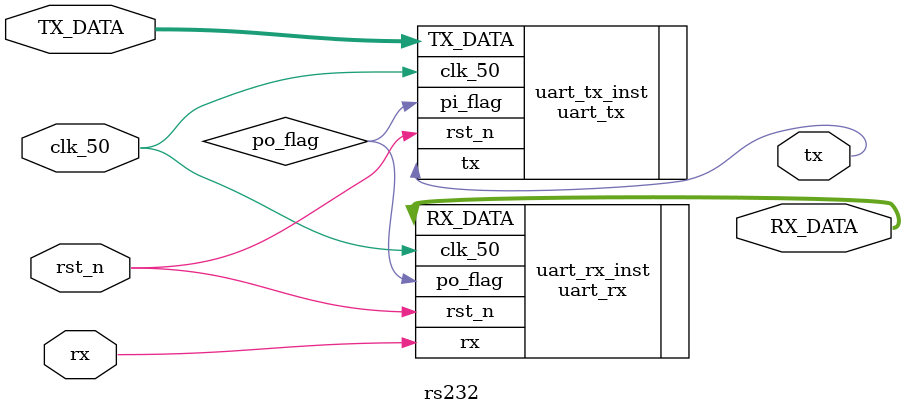
<source format=v>
`timescale 1ns / 1ps


module rs232(
    input wire clk_50 ,        //ÏµÍ³Ê±ÖÓ50MHz
    input wire rst_n ,      
    input wire rx ,             //´®¿Ú´®ÐÐ½ÓÊÕÊý¾Ý
    input wire [7:0] TX_DATA,   //´ý·¢ËÍµÄÊý¾Ý
    
    output wire [7:0] RX_DATA,  //½ÓÊÕµ½µÄÊý¾Ý
    output wire tx              //´®¿Ú´®ÐÐ·¢ËÍÊý¾Ý
    );

    parameter UART_BPS = 14'd9600;         //²¨ÌØÂÊ
    parameter CLK_FREQ = 26'd50_000_000;   //Ê±ÖÓÆµÂÊ
    

    wire po_flag;              //´®×ª²¢ºóÊý¾ÝÓÐÐ§±êÖ¾Î»


    uart_rx
    #(
        .UART_BPS (UART_BPS),         
        .CLK_FREQ (CLK_FREQ)         
    )
    uart_rx_inst
    (
        .clk_50 (clk_50 ), 
        .rst_n (rst_n ), 
        .rx (rx ), 
        .RX_DATA (RX_DATA ), 
        .po_flag (po_flag ) 
    );
    
     
    uart_tx
    #(
        .UART_BPS (UART_BPS), 
        .CLK_FREQ (CLK_FREQ) 
    )
    uart_tx_inst
    (
        .clk_50 (clk_50 ), 
        .rst_n (rst_n ), 
        .TX_DATA (TX_DATA ), 
        .pi_flag (po_flag ),      //´®¿Ú½ÓÊÕÊý¾ÝÓÐÐ§ºó¿ªÊ¼·¢ËÍ  
        .tx (tx ) 
    );
    
endmodule
</source>
